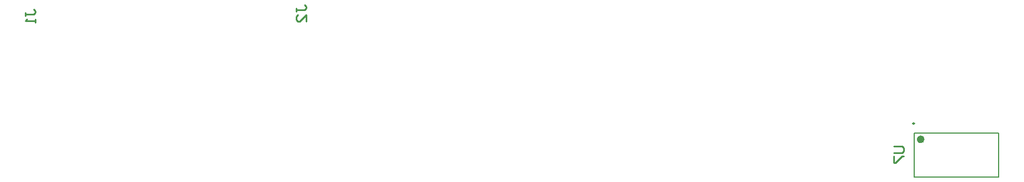
<source format=gbo>
G04*
G04 #@! TF.GenerationSoftware,Altium Limited,Altium Designer,25.2.1 (25)*
G04*
G04 Layer_Color=32896*
%FSAX44Y44*%
%MOMM*%
G71*
G04*
G04 #@! TF.SameCoordinates,F3945BAA-94F4-4F02-825A-217E7DD4EA31*
G04*
G04*
G04 #@! TF.FilePolarity,Positive*
G04*
G01*
G75*
%ADD10C,0.2500*%
%ADD11C,0.6000*%
%ADD12C,0.2540*%
%ADD13C,0.2000*%
D10*
X01881600Y01241000D02*
G03*
X01881600Y01241000I-00001250J00000000D01*
G01*
D11*
X01894250Y01216500D02*
G03*
X01894250Y01216500I-00003000J00000000D01*
G01*
D12*
X01849632Y01205446D02*
X01862328D01*
X01864868Y01202907D01*
Y01197828D01*
X01862328Y01195289D01*
X01849632D01*
Y01190211D02*
Y01180054D01*
X01852172D01*
X01862328Y01190211D01*
X01864868D01*
X00933382Y01413023D02*
Y01418101D01*
Y01415562D01*
X00946078D01*
X00948617Y01418101D01*
Y01420640D01*
X00946078Y01423180D01*
X00948617Y01397788D02*
Y01407945D01*
X00938461Y01397788D01*
X00935922D01*
X00933382Y01400327D01*
Y01405405D01*
X00935922Y01407945D01*
X00517132Y01406765D02*
Y01411844D01*
Y01409305D01*
X00529828D01*
X00532368Y01411844D01*
Y01414383D01*
X00529828Y01416922D01*
X00532368Y01401687D02*
Y01396609D01*
Y01399148D01*
X00517132D01*
X00519672Y01401687D01*
D13*
X02011250Y01158500D02*
Y01226500D01*
X01881250Y01158500D02*
Y01226500D01*
Y01158500D02*
X02011250D01*
X01881250Y01226500D02*
X02011250D01*
M02*

</source>
